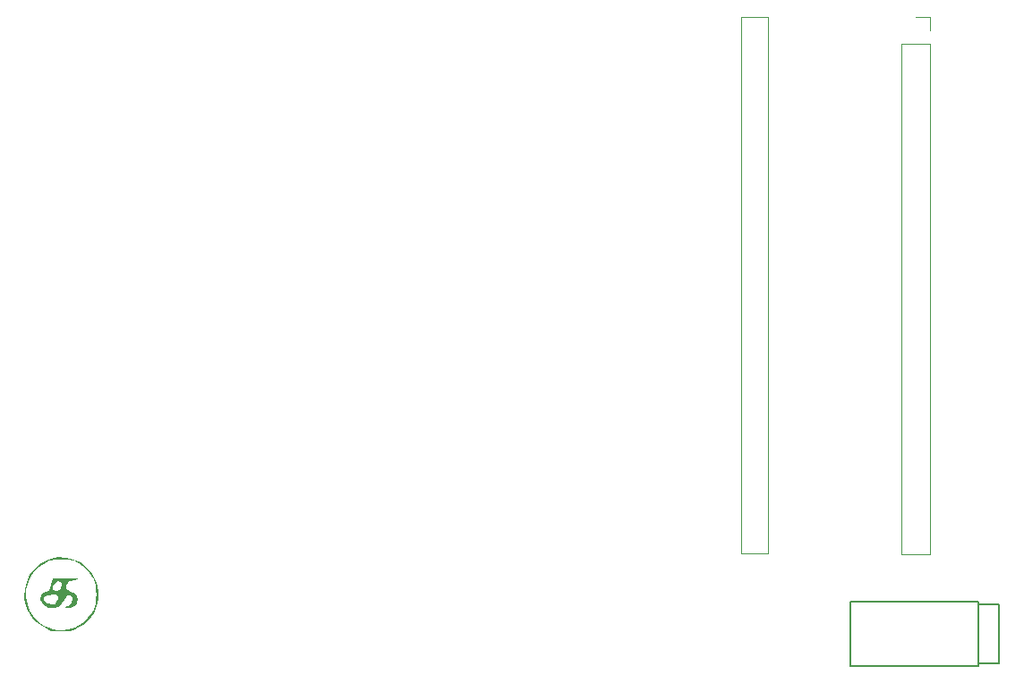
<source format=gto>
%TF.GenerationSoftware,KiCad,Pcbnew,8.0.4*%
%TF.CreationDate,2024-09-28T20:06:11+02:00*%
%TF.ProjectId,keyboard_pcb,6b657962-6f61-4726-945f-7063622e6b69,rev1.0*%
%TF.SameCoordinates,Original*%
%TF.FileFunction,Legend,Top*%
%TF.FilePolarity,Positive*%
%FSLAX46Y46*%
G04 Gerber Fmt 4.6, Leading zero omitted, Abs format (unit mm)*
G04 Created by KiCad (PCBNEW 8.0.4) date 2024-09-28 20:06:11*
%MOMM*%
%LPD*%
G01*
G04 APERTURE LIST*
%ADD10C,0.000000*%
%ADD11C,0.150000*%
%ADD12C,0.120000*%
G04 APERTURE END LIST*
D10*
%TO.C,G\u002A\u002A\u002A*%
G36*
X116583036Y-102890850D02*
G01*
X117274068Y-103058651D01*
X117916993Y-103357159D01*
X118489092Y-103774325D01*
X118967642Y-104298100D01*
X119329924Y-104916432D01*
X119470015Y-105287999D01*
X119624786Y-106050794D01*
X119622314Y-106797503D01*
X119470673Y-107508650D01*
X119177935Y-108164756D01*
X118752173Y-108746347D01*
X118201458Y-109233944D01*
X117713914Y-109524941D01*
X117399926Y-109674173D01*
X117148926Y-109769601D01*
X116901810Y-109824739D01*
X116599474Y-109853104D01*
X116216611Y-109867308D01*
X115797521Y-109873007D01*
X115492827Y-109858465D01*
X115248074Y-109816236D01*
X115008808Y-109738875D01*
X114870967Y-109683333D01*
X114262953Y-109380631D01*
X113778342Y-109023986D01*
X113372488Y-108580265D01*
X113356782Y-108559603D01*
X112966750Y-107914727D01*
X112727420Y-107232603D01*
X112647250Y-106644878D01*
X112803215Y-106644878D01*
X112908707Y-107277956D01*
X113128771Y-107881634D01*
X113461336Y-108436342D01*
X113904332Y-108922509D01*
X114455686Y-109320563D01*
X115113329Y-109610934D01*
X115365000Y-109682703D01*
X115841114Y-109773940D01*
X116267285Y-109784489D01*
X116740370Y-109716091D01*
X116778999Y-109708130D01*
X117458908Y-109482784D01*
X118087624Y-109114196D01*
X118633668Y-108627305D01*
X119065559Y-108047049D01*
X119202088Y-107788463D01*
X119304895Y-107551652D01*
X119371193Y-107336476D01*
X119408777Y-107094307D01*
X119425442Y-106776517D01*
X119429000Y-106373000D01*
X119425403Y-105948739D01*
X119409011Y-105645148D01*
X119371423Y-105413621D01*
X119304235Y-105205552D01*
X119199047Y-104972334D01*
X119180201Y-104933667D01*
X118825435Y-104373657D01*
X118350777Y-103863221D01*
X117805669Y-103451801D01*
X117566333Y-103319799D01*
X117325460Y-103208422D01*
X117116761Y-103136261D01*
X116891630Y-103094913D01*
X116601462Y-103075977D01*
X116197649Y-103071050D01*
X116127000Y-103071000D01*
X115704932Y-103074371D01*
X115404064Y-103090160D01*
X115176309Y-103126880D01*
X114973579Y-103193044D01*
X114747787Y-103297165D01*
X114692246Y-103325000D01*
X114066816Y-103723483D01*
X113568385Y-104209993D01*
X113194879Y-104764958D01*
X112944230Y-105368808D01*
X112814365Y-106001972D01*
X112803215Y-106644878D01*
X112647250Y-106644878D01*
X112632120Y-106533961D01*
X112674178Y-105839531D01*
X112846921Y-105170044D01*
X113143678Y-104546231D01*
X113557778Y-103988823D01*
X114082546Y-103518549D01*
X114711313Y-103156140D01*
X115147534Y-102995572D01*
X115866617Y-102865808D01*
X116583036Y-102890850D01*
G37*
G36*
X117330458Y-104822724D02*
G01*
X117545772Y-104838177D01*
X117653280Y-104866800D01*
X117673416Y-104910062D01*
X117673395Y-104910127D01*
X117571863Y-104981958D01*
X117351901Y-105032927D01*
X117235848Y-105044399D01*
X116984499Y-105072376D01*
X116842241Y-105138217D01*
X116748840Y-105278207D01*
X116713299Y-105359179D01*
X116607550Y-105662400D01*
X116608420Y-105862382D01*
X116731716Y-105998810D01*
X116993245Y-106111367D01*
X117015954Y-106118985D01*
X117398953Y-106302833D01*
X117625137Y-106545815D01*
X117692693Y-106844243D01*
X117599804Y-107194430D01*
X117572683Y-107249721D01*
X117350618Y-107504328D01*
X117021312Y-107654210D01*
X116758016Y-107685333D01*
X116560525Y-107661073D01*
X116523789Y-107596936D01*
X116647688Y-107505887D01*
X116760145Y-107457950D01*
X116976004Y-107315438D01*
X117114214Y-107107278D01*
X117171212Y-106875483D01*
X117143437Y-106662065D01*
X117027326Y-106509036D01*
X116844963Y-106457667D01*
X116695713Y-106494779D01*
X116559553Y-106628296D01*
X116415118Y-106866031D01*
X116197732Y-107229652D01*
X115995536Y-107461699D01*
X115771748Y-107591762D01*
X115489587Y-107649427D01*
X115435565Y-107653985D01*
X115143368Y-107653739D01*
X114887902Y-107618106D01*
X114814667Y-107595048D01*
X114514555Y-107415037D01*
X114279837Y-107173579D01*
X114150560Y-106916660D01*
X114137333Y-106817260D01*
X114157060Y-106680163D01*
X114441823Y-106680163D01*
X114449059Y-106868853D01*
X114466858Y-106906251D01*
X114650171Y-107113302D01*
X114916960Y-107264776D01*
X115208587Y-107340201D01*
X115466417Y-107319109D01*
X115542825Y-107281870D01*
X115694331Y-107103516D01*
X115801570Y-106839566D01*
X115830667Y-106632566D01*
X115821449Y-106515055D01*
X115768054Y-106450033D01*
X115631871Y-106421995D01*
X115374290Y-106415434D01*
X115289713Y-106415333D01*
X114873017Y-106446920D01*
X114586765Y-106537357D01*
X114441823Y-106680163D01*
X114157060Y-106680163D01*
X114179683Y-106522936D01*
X114326612Y-106314963D01*
X114607944Y-106154951D01*
X114671438Y-106129698D01*
X114869483Y-106047303D01*
X114990609Y-105958163D01*
X115020675Y-105901990D01*
X115355112Y-105901990D01*
X115419450Y-106001280D01*
X115667001Y-106071659D01*
X115900764Y-105988914D01*
X115944700Y-105950537D01*
X116052630Y-105779101D01*
X116130098Y-105554559D01*
X116148490Y-105335954D01*
X116068962Y-105198916D01*
X116036168Y-105172689D01*
X115870796Y-105076583D01*
X115741950Y-105097076D01*
X115584179Y-105241441D01*
X115436547Y-105460218D01*
X115356169Y-105698956D01*
X115355112Y-105901990D01*
X115020675Y-105901990D01*
X115066564Y-105816255D01*
X115129096Y-105575553D01*
X115162264Y-105418170D01*
X115280333Y-104849000D01*
X116494680Y-104825461D01*
X116986905Y-104818975D01*
X117330458Y-104822724D01*
G37*
D11*
%TO.C,J1*%
X190750000Y-113150000D02*
X190750000Y-107050000D01*
X202850000Y-107050000D02*
X190750000Y-107050000D01*
X202850000Y-107300000D02*
X204850000Y-107300000D01*
X202850000Y-112900000D02*
X204850000Y-112900000D01*
X202850000Y-113150000D02*
X190750000Y-113150000D01*
X202850000Y-113150000D02*
X202850000Y-107050000D01*
X204850000Y-112900000D02*
X204850000Y-107300000D01*
D12*
%TO.C,U1*%
X180425000Y-51730000D02*
X180425000Y-102530000D01*
X182965000Y-51730000D02*
X180425000Y-51730000D01*
X182965000Y-102530000D02*
X180425000Y-102530000D01*
X182965000Y-102530000D02*
X182965000Y-51730000D01*
X195605000Y-54270000D02*
X195605000Y-102590000D01*
X195605000Y-102590000D02*
X198265000Y-102590000D01*
X198265000Y-51670000D02*
X196935000Y-51670000D01*
X198265000Y-53000000D02*
X198265000Y-51670000D01*
X198265000Y-54270000D02*
X195605000Y-54270000D01*
X198265000Y-102590000D02*
X198265000Y-54270000D01*
%TD*%
M02*

</source>
